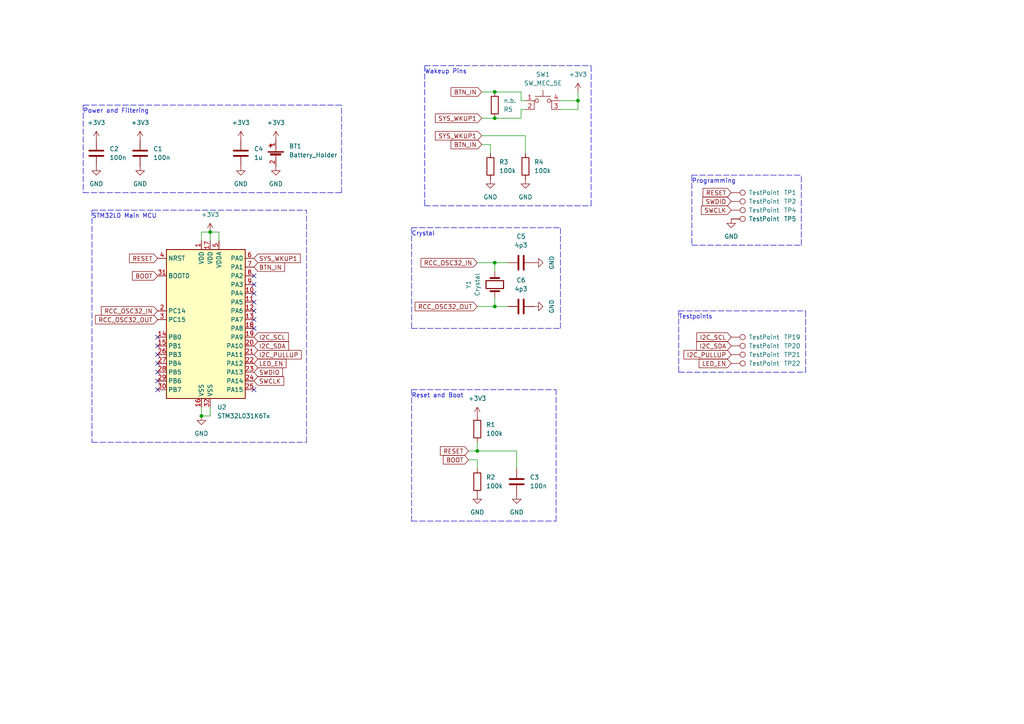
<source format=kicad_sch>
(kicad_sch (version 20211123) (generator eeschema)
  (paper "A4")
  (lib_symbols
    (symbol "Connector:TestPoint" (pin_numbers hide) (pin_names (offset 0.762) hide)
      (property "Reference" "TP" (at 0 6.858 0))
      (property "Value" "TestPoint" (at 0 5.08 0))
      (symbol "TestPoint_0_1"
        (circle (center 0 3.302) (radius 0.762))
      )
      (symbol "TestPoint_1_1"
        (pin passive line (at 0 0 90) (length 2.54) (name "1") (number "1"))
      )
    )
    (symbol "Device:C" (pin_numbers hide) (pin_names (offset 0.254))
      (property "Reference" "C" (at 0.635 2.54 0))
      (property "Value" "C" (at 0.635 -2.54 0))
      (symbol "C_0_1"
        (polyline (pts (xy -2.032 -0.762) (xy 2.032 -0.762)) (stroke (width 0.508)))
        (polyline (pts (xy -2.032 0.762) (xy 2.032 0.762)) (stroke (width 0.508)))
      )
      (symbol "C_1_1"
        (pin passive line (at 0 3.81 270) (length 2.794) (name "~") (number "1"))
        (pin passive line (at 0 -3.81 90) (length 2.794) (name "~") (number "2"))
      )
    )
    (symbol "Device:Crystal" (pin_numbers hide) (pin_names (offset 1.016) hide)
      (property "Reference" "Y" (at 0 3.81 0))
      (property "Value" "Crystal" (at 0 -3.81 0))
      (symbol "Crystal_0_1"
        (rectangle (start -1.143 2.54) (end 1.143 -2.54) (stroke (width 0.3048)))
        (polyline (pts (xy -2.54 0) (xy -1.905 0)))
        (polyline (pts (xy -1.905 -1.27) (xy -1.905 1.27)) (stroke (width 0.508)))
        (polyline (pts (xy 1.905 -1.27) (xy 1.905 1.27)) (stroke (width 0.508)))
        (polyline (pts (xy 2.54 0) (xy 1.905 0)))
      )
      (symbol "Crystal_1_1"
        (pin passive line (at -3.81 0 0) (length 1.27) (name "1") (number "1"))
        (pin passive line (at 3.81 0 180) (length 1.27) (name "2") (number "2"))
      )
    )
    (symbol "Device:R" (pin_numbers hide) (pin_names (offset 0))
      (property "Reference" "R" (at 2.032 0 90))
      (property "Value" "R" (at 0 0 90))
      (symbol "R_0_1"
        (rectangle (start -1.016 -2.54) (end 1.016 2.54) (stroke (width 0.254)))
      )
      (symbol "R_1_1"
        (pin passive line (at 0 3.81 270) (length 1.27) (name "~") (number "1"))
        (pin passive line (at 0 -3.81 90) (length 1.27) (name "~") (number "2"))
      )
    )
    (symbol "LED_PW_HW_Library:Battery_Holder" (pin_names (offset 0) hide)
      (property "Reference" "BT" (at 2.54 2.54 0))
      (property "Value" "Battery_Holder" (at 2.54 0 0))
      (symbol "Battery_Holder_0_1"
        (rectangle (start -2.286 1.778) (end 2.286 1.524) (fill (type outline)))
        (rectangle (start -1.5748 1.1938) (end 1.4732 0.6858) (fill (type outline)))
        (polyline (pts (xy -2.032 3.429) (xy -1.016 3.429)) (stroke (width 0.254)))
        (polyline (pts (xy -1.524 3.937) (xy -1.524 2.921)) (stroke (width 0.254)))
        (polyline (pts (xy 0 0.762) (xy 0 0)))
        (polyline (pts (xy 0 1.778) (xy 0 2.54)))
      )
      (symbol "Battery_Holder_1_1"
        (pin passive line (at 0 5.08 270) (length 2.54) (name "+") (number "1"))
        (pin passive line (at 0 -2.54 90) (length 2.54) (name "-") (number "2"))
      )
    )
    (symbol "MCU_ST_STM32L0:STM32L031K6Tx"
      (property "Reference" "U" (at -12.7 21.59 0))
      (property "Value" "STM32L031K6Tx" (at 5.08 21.59 0))
      (symbol "STM32L031K6Tx_0_1"
        (rectangle (start -12.7 -22.86) (end 10.16 20.32) (stroke (width 0.254)) (fill (type background)))
      )
      (symbol "STM32L031K6Tx_1_1"
        (pin power_in line (at -2.54 22.86 270) (length 2.54) (name "VDD") (number "1"))
        (pin bidirectional line (at 12.7 7.62 180) (length 2.54) (name "PA4") (number "10"))
        (pin bidirectional line (at 12.7 5.08 180) (length 2.54) (name "PA5") (number "11"))
        (pin bidirectional line (at 12.7 2.54 180) (length 2.54) (name "PA6") (number "12"))
        (pin bidirectional line (at 12.7 0 180) (length 2.54) (name "PA7") (number "13"))
        (pin bidirectional line (at -15.24 -5.08 0) (length 2.54) (name "PB0") (number "14"))
        (pin bidirectional line (at -15.24 -7.62 0) (length 2.54) (name "PB1") (number "15"))
        (pin power_in line (at -2.54 -25.4 90) (length 2.54) (name "VSS") (number "16"))
        (pin power_in line (at 0 22.86 270) (length 2.54) (name "VDD") (number "17"))
        (pin bidirectional line (at 12.7 -2.54 180) (length 2.54) (name "PA8") (number "18"))
        (pin bidirectional line (at 12.7 -5.08 180) (length 2.54) (name "PA9") (number "19"))
        (pin bidirectional line (at -15.24 2.54 0) (length 2.54) (name "PC14") (number "2"))
        (pin bidirectional line (at 12.7 -7.62 180) (length 2.54) (name "PA10") (number "20"))
        (pin bidirectional line (at 12.7 -10.16 180) (length 2.54) (name "PA11") (number "21"))
        (pin bidirectional line (at 12.7 -12.7 180) (length 2.54) (name "PA12") (number "22"))
        (pin bidirectional line (at 12.7 -15.24 180) (length 2.54) (name "PA13") (number "23"))
        (pin bidirectional line (at 12.7 -17.78 180) (length 2.54) (name "PA14") (number "24"))
        (pin bidirectional line (at 12.7 -20.32 180) (length 2.54) (name "PA15") (number "25"))
        (pin bidirectional line (at -15.24 -10.16 0) (length 2.54) (name "PB3") (number "26"))
        (pin bidirectional line (at -15.24 -12.7 0) (length 2.54) (name "PB4") (number "27"))
        (pin bidirectional line (at -15.24 -15.24 0) (length 2.54) (name "PB5") (number "28"))
        (pin bidirectional line (at -15.24 -17.78 0) (length 2.54) (name "PB6") (number "29"))
        (pin bidirectional line (at -15.24 0 0) (length 2.54) (name "PC15") (number "3"))
        (pin bidirectional line (at -15.24 -20.32 0) (length 2.54) (name "PB7") (number "30"))
        (pin input line (at -15.24 12.7 0) (length 2.54) (name "BOOT0") (number "31"))
        (pin power_in line (at 0 -25.4 90) (length 2.54) (name "VSS") (number "32"))
        (pin input line (at -15.24 17.78 0) (length 2.54) (name "NRST") (number "4"))
        (pin power_in line (at 2.54 22.86 270) (length 2.54) (name "VDDA") (number "5"))
        (pin bidirectional line (at 12.7 17.78 180) (length 2.54) (name "PA0") (number "6"))
        (pin bidirectional line (at 12.7 15.24 180) (length 2.54) (name "PA1") (number "7"))
        (pin bidirectional line (at 12.7 12.7 180) (length 2.54) (name "PA2") (number "8"))
        (pin bidirectional line (at 12.7 10.16 180) (length 2.54) (name "PA3") (number "9"))
      )
    )
    (symbol "Switch:SW_MEC_5E" (pin_names (offset 1.016) hide)
      (property "Reference" "SW" (at 0.635 5.715 0))
      (property "Value" "SW_MEC_5E" (at 0 -3.175 0))
      (symbol "SW_MEC_5E_0_1"
        (circle (center -1.778 2.54) (radius 0.508))
        (polyline (pts (xy -2.286 3.81) (xy 2.286 3.81)))
        (polyline (pts (xy 0 3.81) (xy 0 5.588)))
        (polyline (pts (xy -2.54 0) (xy -2.54 2.54) (xy -2.286 2.54)))
        (polyline (pts (xy 2.54 0) (xy 2.54 2.54) (xy 2.286 2.54)))
        (circle (center 1.778 2.54) (radius 0.508))
        (pin passive line (at -5.08 2.54 0) (length 2.54) (name "1") (number "1"))
        (pin passive line (at -5.08 0 0) (length 2.54) (name "2") (number "2"))
        (pin passive line (at 5.08 0 180) (length 2.54) (name "K") (number "3"))
        (pin passive line (at 5.08 2.54 180) (length 2.54) (name "A") (number "4"))
      )
    )
    (symbol "power:+3V3" (power) (pin_names (offset 0))
      (property "Value" "+3V3" (at 0 3.556 0))
      (symbol "+3V3_0_1"
        (polyline (pts (xy -0.762 1.27) (xy 0 2.54)))
        (polyline (pts (xy 0 0) (xy 0 2.54)))
        (polyline (pts (xy 0 2.54) (xy 0.762 1.27)))
      )
      (symbol "+3V3_1_1"
        (pin power_in line (at 0 0 90) (length 0) hide (name "+3V3") (number "1"))
      )
    )
    (symbol "power:GND" (power) (pin_names (offset 0))
      (property "Value" "GND" (at 0 -3.81 0))
      (symbol "GND_0_1"
        (polyline (pts (xy 0 0) (xy 0 -1.27) (xy 1.27 -1.27) (xy 0 -2.54) (xy -1.27 -1.27) (xy 0 -1.27)))
      )
      (symbol "GND_1_1"
        (pin power_in line (at 0 0 270) (length 0) hide (name "GND") (number "1"))
      )
    )
  )
  (junction (at 58.42 120.65))
  (junction (at 143.51 88.9))
  (junction (at 143.51 34.29))
  (junction (at 143.51 26.67))
  (junction (at 60.96 67.31))
  (junction (at 143.51 76.2))
  (junction (at 167.64 29.21))
  (junction (at 138.43 130.81))
  (no_connect (at 73.66 113.03))
  (no_connect (at 73.66 80.01))
  (no_connect (at 45.72 110.49))
  (no_connect (at 45.72 113.03))
  (no_connect (at 45.72 107.95))
  (no_connect (at 45.72 105.41))
  (no_connect (at 45.72 102.87))
  (no_connect (at 45.72 100.33))
  (no_connect (at 45.72 97.79))
  (no_connect (at 73.66 95.25))
  (no_connect (at 73.66 92.71))
  (no_connect (at 73.66 82.55))
  (no_connect (at 73.66 85.09))
  (no_connect (at 73.66 87.63))
  (no_connect (at 73.66 90.17))
  (wire (pts (xy 152.4 39.37) (xy 152.4 44.45)))
  (wire (pts (xy 143.51 26.67) (xy 151.13 26.67)))
  (wire (pts (xy 152.4 31.75) (xy 151.13 31.75)))
  (polyline (pts (xy 119.38 66.04) (xy 162.56 66.04)))
  (polyline (pts (xy 119.38 95.25) (xy 162.56 95.25)))
  (wire (pts (xy 151.13 29.21) (xy 151.13 26.67)))
  (wire (pts (xy 138.43 76.2) (xy 143.51 76.2)))
  (polyline (pts (xy 88.9 128.27) (xy 88.9 60.96)))
  (wire (pts (xy 58.42 120.65) (xy 60.96 120.65)))
  (polyline (pts (xy 200.66 50.8) (xy 232.41 50.8)))
  (wire (pts (xy 152.4 29.21) (xy 151.13 29.21)))
  (wire (pts (xy 60.96 67.31) (xy 60.96 69.85)))
  (polyline (pts (xy 200.66 50.8) (xy 200.66 71.12)))
  (polyline (pts (xy 196.85 90.17) (xy 196.85 107.95)))
  (wire (pts (xy 138.43 88.9) (xy 143.51 88.9)))
  (wire (pts (xy 135.89 130.81) (xy 138.43 130.81)))
  (polyline (pts (xy 233.68 107.95) (xy 233.68 90.17)))
  (wire (pts (xy 162.56 29.21) (xy 167.64 29.21)))
  (wire (pts (xy 143.51 78.74) (xy 143.51 76.2)))
  (wire (pts (xy 149.86 130.81) (xy 149.86 135.89)))
  (wire (pts (xy 143.51 88.9) (xy 147.32 88.9)))
  (wire (pts (xy 60.96 67.31) (xy 58.42 67.31)))
  (wire (pts (xy 139.7 39.37) (xy 152.4 39.37)))
  (wire (pts (xy 143.51 34.29) (xy 151.13 34.29)))
  (polyline (pts (xy 232.41 71.12) (xy 232.41 50.8)))
  (wire (pts (xy 60.96 120.65) (xy 60.96 118.11)))
  (wire (pts (xy 139.7 34.29) (xy 143.51 34.29)))
  (wire (pts (xy 63.5 67.31) (xy 60.96 67.31)))
  (wire (pts (xy 58.42 67.31) (xy 58.42 69.85)))
  (polyline (pts (xy 123.19 59.69) (xy 171.45 59.69)))
  (polyline (pts (xy 161.29 151.13) (xy 161.29 113.03)))
  (polyline (pts (xy 171.45 59.69) (xy 171.45 19.05)))
  (polyline (pts (xy 123.19 19.05) (xy 123.19 59.69)))
  (wire (pts (xy 167.64 29.21) (xy 167.64 26.67)))
  (polyline (pts (xy 196.85 90.17) (xy 233.68 90.17)))
  (polyline (pts (xy 196.85 107.95) (xy 233.68 107.95)))
  (wire (pts (xy 151.13 31.75) (xy 151.13 34.29)))
  (wire (pts (xy 139.7 26.67) (xy 143.51 26.67)))
  (polyline (pts (xy 119.38 113.03) (xy 161.29 113.03)))
  (polyline (pts (xy 123.19 19.05) (xy 171.45 19.05)))
  (wire (pts (xy 135.89 133.35) (xy 138.43 133.35)))
  (polyline (pts (xy 162.56 95.25) (xy 162.56 66.04)))
  (wire (pts (xy 143.51 86.36) (xy 143.51 88.9)))
  (wire (pts (xy 58.42 118.11) (xy 58.42 120.65)))
  (polyline (pts (xy 24.13 30.48) (xy 24.13 55.88)))
  (wire (pts (xy 143.51 76.2) (xy 147.32 76.2)))
  (polyline (pts (xy 26.67 128.27) (xy 88.9 128.27)))
  (polyline (pts (xy 119.38 151.13) (xy 161.29 151.13)))
  (polyline (pts (xy 26.67 60.96) (xy 88.9 60.96)))
  (wire (pts (xy 139.7 41.91) (xy 142.24 41.91)))
  (wire (pts (xy 142.24 41.91) (xy 142.24 44.45)))
  (wire (pts (xy 138.43 130.81) (xy 138.43 128.27)))
  (wire (pts (xy 167.64 31.75) (xy 167.64 29.21)))
  (polyline (pts (xy 24.13 30.48) (xy 99.06 30.48)))
  (polyline (pts (xy 24.13 55.88) (xy 99.06 55.88)))
  (polyline (pts (xy 26.67 60.96) (xy 26.67 128.27)))
  (wire (pts (xy 138.43 130.81) (xy 149.86 130.81)))
  (polyline (pts (xy 200.66 71.12) (xy 232.41 71.12)))
  (polyline (pts (xy 99.06 55.88) (xy 99.06 30.48)))
  (wire (pts (xy 138.43 133.35) (xy 138.43 135.89)))
  (wire (pts (xy 63.5 69.85) (xy 63.5 67.31)))
  (polyline (pts (xy 119.38 66.04) (xy 119.38 95.25)))
  (polyline (pts (xy 119.38 113.03) (xy 119.38 151.13)))
  (wire (pts (xy 162.56 31.75) (xy 167.64 31.75)))
  (text "Wakeup Pins" (at 123.19 21.59 0) (effects (font (size 1.27 1.27)) (justify left bottom)))
  (text "Crystal" (at 119.38 68.58 0) (effects (font (size 1.27 1.27)) (justify left bottom)))
  (text "STM32L0 Main MCU" (at 26.67 63.5 0) (effects (font (size 1.27 1.27)) (justify left bottom)))
  (text "Programming" (at 200.66 53.34 0) (effects (font (size 1.27 1.27)) (justify left bottom)))
  (text "Power and Filtering" (at 24.13 33.02 0) (effects (font (size 1.27 1.27)) (justify left bottom)))
  (text "Reset and Boot" (at 119.38 115.57 0) (effects (font (size 1.27 1.27)) (justify left bottom)))
  (text "Testpoints" (at 196.85 92.71 0) (effects (font (size 1.27 1.27)) (justify left bottom)))
  (global_label "SYS_WKUP1" (shape input) (at 139.7 34.29 180) (property "Intersheet References" "${INTERSHEET_REFS}" (effects hide)))
  (global_label "LED_EN" (shape input) (at 212.09 105.41 180) (property "Intersheet References" "${INTERSHEET_REFS}" (effects hide)))
  (global_label "RCC_OSC32_OUT" (shape input) (at 45.72 92.71 180) (property "Intersheet References" "${INTERSHEET_REFS}" (effects hide)))
  (global_label "SWCLK" (shape input) (at 212.09 60.96 180) (property "Intersheet References" "${INTERSHEET_REFS}" (effects hide)))
  (global_label "LED_EN" (shape input) (at 73.66 105.41 0) (property "Intersheet References" "${INTERSHEET_REFS}" (effects hide)))
  (global_label "I2C_SCL" (shape input) (at 73.66 97.79 0) (property "Intersheet References" "${INTERSHEET_REFS}" (effects hide)))
  (global_label "RESET" (shape input) (at 45.72 74.93 180) (property "Intersheet References" "${INTERSHEET_REFS}" (effects hide)))
  (global_label "SWDIO" (shape input) (at 73.66 107.95 0) (property "Intersheet References" "${INTERSHEET_REFS}" (effects hide)))
  (global_label "I2C_SCL" (shape input) (at 212.09 97.79 180) (property "Intersheet References" "${INTERSHEET_REFS}" (effects hide)))
  (global_label "I2C_SDA" (shape input) (at 73.66 100.33 0) (property "Intersheet References" "${INTERSHEET_REFS}" (effects hide)))
  (global_label "I2C_SDA" (shape input) (at 212.09 100.33 180) (property "Intersheet References" "${INTERSHEET_REFS}" (effects hide)))
  (global_label "BOOT" (shape input) (at 135.89 133.35 180) (property "Intersheet References" "${INTERSHEET_REFS}" (effects hide)))
  (global_label "RCC_OSC32_OUT" (shape input) (at 138.43 88.9 180) (property "Intersheet References" "${INTERSHEET_REFS}" (effects hide)))
  (global_label "SYS_WKUP1" (shape input) (at 73.66 74.93 0) (property "Intersheet References" "${INTERSHEET_REFS}" (effects hide)))
  (global_label "RCC_OSC32_IN" (shape input) (at 45.72 90.17 180) (property "Intersheet References" "${INTERSHEET_REFS}" (effects hide)))
  (global_label "SWDIO" (shape input) (at 212.09 58.42 180) (property "Intersheet References" "${INTERSHEET_REFS}" (effects hide)))
  (global_label "BTN_IN" (shape input) (at 73.66 77.47 0) (property "Intersheet References" "${INTERSHEET_REFS}" (effects hide)))
  (global_label "I2C_PULLUP" (shape input) (at 73.66 102.87 0) (property "Intersheet References" "${INTERSHEET_REFS}" (effects hide)))
  (global_label "BTN_IN" (shape input) (at 139.7 41.91 180) (property "Intersheet References" "${INTERSHEET_REFS}" (effects hide)))
  (global_label "SYS_WKUP1" (shape input) (at 139.7 39.37 180) (property "Intersheet References" "${INTERSHEET_REFS}" (effects hide)))
  (global_label "SWCLK" (shape input) (at 73.66 110.49 0) (property "Intersheet References" "${INTERSHEET_REFS}" (effects hide)))
  (global_label "BOOT" (shape input) (at 45.72 80.01 180) (property "Intersheet References" "${INTERSHEET_REFS}" (effects hide)))
  (global_label "I2C_PULLUP" (shape input) (at 212.09 102.87 180) (property "Intersheet References" "${INTERSHEET_REFS}" (effects hide)))
  (global_label "BTN_IN" (shape input) (at 139.7 26.67 180) (property "Intersheet References" "${INTERSHEET_REFS}" (effects hide)))
  (global_label "RCC_OSC32_IN" (shape input) (at 138.43 76.2 180) (property "Intersheet References" "${INTERSHEET_REFS}" (effects hide)))
  (global_label "RESET" (shape input) (at 135.89 130.81 180) (property "Intersheet References" "${INTERSHEET_REFS}" (effects hide)))
  (global_label "RESET" (shape input) (at 212.09 55.88 180) (property "Intersheet References" "${INTERSHEET_REFS}" (effects hide)))
  (symbol (lib_id "Connector:TestPoint") (at 212.09 55.88 270) (unit 1)
    (property "Reference" "TP1" (at 227.33 55.88 90) (effects (justify left)))
    (property "Value" "TestPoint" (at 217.17 55.88 90) (effects (justify left)))
    (property "Footprint" "TestPoint:TestPoint_Pad_D1.5mm" (effects hide))
  )
  (symbol (lib_id "Connector:TestPoint") (at 212.09 60.96 270) (unit 1)
    (property "Reference" "TP4" (at 227.33 60.96 90) (effects (justify left)))
    (property "Value" "TestPoint" (at 217.17 60.96 90) (effects (justify left)))
    (property "Footprint" "TestPoint:TestPoint_Pad_D1.5mm" (effects hide))
  )
  (symbol (lib_id "power:+3V3") (at 167.64 26.67 0) (unit 1)
    (property "Reference" "#PWR0107" (effects hide))
    (property "Value" "+3V3" (at 167.64 21.59 0))
  )
  (symbol (lib_id "Device:R") (at 138.43 124.46 0) (unit 1)
    (property "Reference" "R1" (at 140.97 123.1899 0) (effects (justify left)))
    (property "Value" "100k" (at 140.97 125.7299 0) (effects (justify left)))
    (property "Footprint" "Resistor_SMD:R_0603_1608Metric_Pad0.98x0.95mm_HandSolder" (effects hide))
  )
  (symbol (lib_id "Connector:TestPoint") (at 212.09 97.79 270) (unit 1)
    (property "Reference" "TP19" (at 227.33 97.79 90) (effects (justify left)))
    (property "Value" "TestPoint" (at 217.17 97.79 90) (effects (justify left)))
    (property "Footprint" "TestPoint:TestPoint_Pad_D1.5mm" (effects hide))
  )
  (symbol (lib_id "Device:C") (at 27.94 44.45 0) (unit 1)
    (property "Reference" "C2" (at 31.75 43.1799 0) (effects (justify left)))
    (property "Value" "100n" (at 31.75 45.7199 0) (effects (justify left)))
    (property "Footprint" "Capacitor_SMD:C_0603_1608Metric_Pad1.08x0.95mm_HandSolder" (effects hide))
  )
  (symbol (lib_id "power:GND") (at 149.86 143.51 0) (unit 1)
    (property "Reference" "#PWR0112" (effects hide))
    (property "Value" "GND" (at 149.86 148.59 0))
  )
  (symbol (lib_id "power:GND") (at 40.64 48.26 0) (unit 1)
    (property "Reference" "#PWR0118" (effects hide))
    (property "Value" "GND" (at 40.64 53.34 0))
  )
  (symbol (lib_id "power:GND") (at 138.43 143.51 0) (unit 1)
    (property "Reference" "#PWR0113" (effects hide))
    (property "Value" "GND" (at 138.43 148.59 0))
  )
  (symbol (lib_id "Connector:TestPoint") (at 212.09 58.42 270) (unit 1)
    (property "Reference" "TP2" (at 227.33 58.42 90) (effects (justify left)))
    (property "Value" "TestPoint" (at 217.17 58.42 90) (effects (justify left)))
    (property "Footprint" "TestPoint:TestPoint_Pad_D1.5mm" (effects hide))
  )
  (symbol (lib_id "Device:C") (at 40.64 44.45 0) (unit 1)
    (property "Reference" "C1" (at 44.45 43.1799 0) (effects (justify left)))
    (property "Value" "100n" (at 44.45 45.7199 0) (effects (justify left)))
    (property "Footprint" "Capacitor_SMD:C_0603_1608Metric_Pad1.08x0.95mm_HandSolder" (effects hide))
  )
  (symbol (lib_id "Device:Crystal") (at 143.51 82.55 90) (unit 1)
    (property "Reference" "Y1" (at 135.89 82.55 0))
    (property "Value" "Crystal" (at 138.43 82.55 0))
    (property "Footprint" "LED_PW_HW_Library:ECX-34Q" (effects hide))
  )
  (symbol (lib_id "Connector:TestPoint") (at 212.09 105.41 270) (unit 1)
    (property "Reference" "TP22" (at 227.33 105.41 90) (effects (justify left)))
    (property "Value" "TestPoint" (at 217.17 105.41 90) (effects (justify left)))
    (property "Footprint" "TestPoint:TestPoint_Pad_D1.5mm" (effects hide))
  )
  (symbol (lib_id "Connector:TestPoint") (at 212.09 100.33 270) (unit 1)
    (property "Reference" "TP20" (at 227.33 100.33 90) (effects (justify left)))
    (property "Value" "TestPoint" (at 217.17 100.33 90) (effects (justify left)))
    (property "Footprint" "TestPoint:TestPoint_Pad_D1.5mm" (effects hide))
  )
  (symbol (lib_id "Connector:TestPoint") (at 212.09 63.5 270) (unit 1)
    (property "Reference" "TP5" (at 227.33 63.5 90) (effects (justify left)))
    (property "Value" "TestPoint" (at 217.17 63.5 90) (effects (justify left)))
    (property "Footprint" "TestPoint:TestPoint_Pad_D1.5mm" (effects hide))
  )
  (symbol (lib_id "power:+3V3") (at 60.96 67.31 0) (unit 1)
    (property "Reference" "#PWR0102" (effects hide))
    (property "Value" "+3V3" (at 60.96 62.23 0))
  )
  (symbol (lib_id "MCU_ST_STM32L0:STM32L031K6Tx") (at 60.96 92.71 0) (unit 1)
    (property "Reference" "U2" (at 62.9794 118.11 0) (effects (justify left)))
    (property "Value" "STM32L031K6Tx" (at 62.9794 120.65 0) (effects (justify left)))
    (property "Footprint" "Package_QFP:LQFP-32_7x7mm_P0.8mm" (effects hide))
    (property "Datasheet" "http://www.st.com/st-web-ui/static/active/en/resource/technical/document/datasheet/DM00140359.pdf" (effects hide))
  )
  (symbol (lib_id "power:GND") (at 27.94 48.26 0) (unit 1)
    (property "Reference" "#PWR0120" (effects hide))
    (property "Value" "GND" (at 27.94 53.34 0))
  )
  (symbol (lib_id "Device:C") (at 151.13 76.2 90) (unit 1)
    (property "Reference" "C5" (at 151.13 68.58 90))
    (property "Value" "4p3" (at 151.13 71.12 90))
    (property "Footprint" "Capacitor_SMD:C_0402_1005Metric_Pad0.74x0.62mm_HandSolder" (effects hide))
  )
  (symbol (lib_id "power:+3V3") (at 27.94 40.64 0) (unit 1)
    (property "Reference" "#PWR0121" (effects hide))
    (property "Value" "+3V3" (at 27.94 35.56 0))
  )
  (symbol (lib_id "power:GND") (at 154.94 88.9 90) (unit 1)
    (property "Reference" "#PWR0114" (effects hide))
    (property "Value" "GND" (at 160.02 88.9 0))
  )
  (symbol (lib_id "Device:R") (at 138.43 139.7 0) (unit 1)
    (property "Reference" "R2" (at 140.97 138.4299 0) (effects (justify left)))
    (property "Value" "100k" (at 140.97 140.9699 0) (effects (justify left)))
    (property "Footprint" "Resistor_SMD:R_0603_1608Metric_Pad0.98x0.95mm_HandSolder" (effects hide))
  )
  (symbol (lib_id "Device:R") (at 143.51 30.48 0) (mirror x) (unit 1)
    (property "Reference" "R5" (at 146.05 31.7501 0) (effects (justify left)))
    (property "Value" "n.b." (at 146.05 29.2101 0) (effects (justify left)))
    (property "Footprint" "Resistor_SMD:R_0603_1608Metric_Pad0.98x0.95mm_HandSolder" (effects hide))
  )
  (symbol (lib_id "power:+3V3") (at 138.43 120.65 0) (unit 1)
    (property "Reference" "#PWR0111" (effects hide))
    (property "Value" "+3V3" (at 138.43 115.57 0))
  )
  (symbol (lib_id "power:GND") (at 80.01 48.26 0) (unit 1)
    (property "Reference" "#PWR0103" (effects hide))
    (property "Value" "GND" (at 80.01 53.34 0))
  )
  (symbol (lib_id "Device:C") (at 69.85 44.45 0) (unit 1)
    (property "Reference" "C4" (at 73.66 43.1799 0) (effects (justify left)))
    (property "Value" "1u" (at 73.66 45.7199 0) (effects (justify left)))
    (property "Footprint" "Capacitor_SMD:C_0603_1608Metric_Pad1.08x0.95mm_HandSolder" (effects hide))
  )
  (symbol (lib_id "power:+3V3") (at 40.64 40.64 0) (unit 1)
    (property "Reference" "#PWR0119" (effects hide))
    (property "Value" "+3V3" (at 40.64 35.56 0))
  )
  (symbol (lib_id "power:GND") (at 154.94 76.2 90) (unit 1)
    (property "Reference" "#PWR0115" (effects hide))
    (property "Value" "GND" (at 160.02 76.2 0))
  )
  (symbol (lib_id "power:GND") (at 152.4 52.07 0) (unit 1)
    (property "Reference" "#PWR0108" (effects hide))
    (property "Value" "GND" (at 152.4 57.15 0))
  )
  (symbol (lib_id "power:GND") (at 212.09 63.5 0) (unit 1)
    (property "Reference" "#PWR0123" (effects hide))
    (property "Value" "GND" (at 212.09 68.58 0))
  )
  (symbol (lib_id "Device:R") (at 142.24 48.26 0) (unit 1)
    (property "Reference" "R3" (at 144.78 46.9899 0) (effects (justify left)))
    (property "Value" "100k" (at 144.78 49.5299 0) (effects (justify left)))
    (property "Footprint" "Resistor_SMD:R_0603_1608Metric_Pad0.98x0.95mm_HandSolder" (effects hide))
  )
  (symbol (lib_id "Switch:SW_MEC_5E") (at 157.48 31.75 0) (unit 1)
    (property "Reference" "SW1" (at 157.48 21.59 0))
    (property "Value" "SW_MEC_5E" (at 157.48 24.13 0))
    (property "Footprint" "LED_PW_HW_Library:Switch-DifferentPadNr" (effects hide))
    (property "Datasheet" "http://www.apem.com/int/index.php?controller=attachment&id_attachment=1371" (effects hide))
  )
  (symbol (lib_id "Connector:TestPoint") (at 212.09 102.87 270) (unit 1)
    (property "Reference" "TP21" (at 227.33 102.87 90) (effects (justify left)))
    (property "Value" "TestPoint" (at 217.17 102.87 90) (effects (justify left)))
    (property "Footprint" "TestPoint:TestPoint_Pad_D1.5mm" (effects hide))
  )
  (symbol (lib_id "power:GND") (at 142.24 52.07 0) (unit 1)
    (property "Reference" "#PWR0106" (effects hide))
    (property "Value" "GND" (at 142.24 57.15 0))
  )
  (symbol (lib_id "Device:R") (at 152.4 48.26 0) (unit 1)
    (property "Reference" "R4" (at 154.94 46.9899 0) (effects (justify left)))
    (property "Value" "100k" (at 154.94 49.5299 0) (effects (justify left)))
    (property "Footprint" "Resistor_SMD:R_0603_1608Metric_Pad0.98x0.95mm_HandSolder" (effects hide))
  )
  (symbol (lib_id "Device:C") (at 149.86 139.7 0) (unit 1)
    (property "Reference" "C3" (at 153.67 138.4299 0) (effects (justify left)))
    (property "Value" "100n" (at 153.67 140.9699 0) (effects (justify left)))
    (property "Footprint" "Capacitor_SMD:C_0603_1608Metric_Pad1.08x0.95mm_HandSolder" (effects hide))
  )
  (symbol (lib_id "Device:C") (at 151.13 88.9 90) (unit 1)
    (property "Reference" "C6" (at 151.13 81.28 90))
    (property "Value" "4p3" (at 151.13 83.82 90))
    (property "Footprint" "Capacitor_SMD:C_0402_1005Metric_Pad0.74x0.62mm_HandSolder" (effects hide))
  )
  (symbol (lib_id "power:GND") (at 58.42 120.65 0) (unit 1)
    (property "Reference" "#PWR0105" (effects hide))
    (property "Value" "GND" (at 58.42 125.73 0))
  )
  (symbol (lib_id "power:GND") (at 69.85 48.26 0) (unit 1)
    (property "Reference" "#PWR0116" (effects hide))
    (property "Value" "GND" (at 69.85 53.34 0))
  )
  (symbol (lib_id "LED_PW_HW_Library:Battery_Holder") (at 80.01 45.72 0) (unit 1)
    (property "Reference" "BT1" (at 83.82 42.4179 0) (effects (justify left)))
    (property "Value" "Battery_Holder" (at 83.82 44.9579 0) (effects (justify left)))
    (property "Footprint" "LED_PW_HW_Library:SMTU2032-LF" (effects hide))
  )
  (symbol (lib_id "power:+3V3") (at 69.85 40.64 0) (unit 1)
    (property "Reference" "#PWR0117" (effects hide))
    (property "Value" "+3V3" (at 69.85 35.56 0))
  )
  (symbol (lib_id "power:+3V3") (at 80.01 40.64 0) (unit 1)
    (property "Reference" "#PWR0104" (effects hide))
    (property "Value" "+3V3" (at 80.01 35.56 0))
  )
)
</source>
